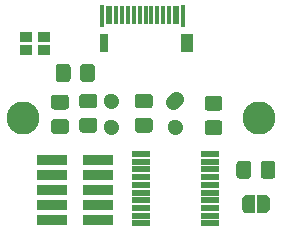
<source format=gbr>
G04 #@! TF.GenerationSoftware,KiCad,Pcbnew,(5.0.0)*
G04 #@! TF.CreationDate,2019-02-26T00:55:46+01:00*
G04 #@! TF.ProjectId,OpenThermalCamera,4F70656E546865726D616C43616D6572,rev?*
G04 #@! TF.SameCoordinates,Original*
G04 #@! TF.FileFunction,Soldermask,Bot*
G04 #@! TF.FilePolarity,Negative*
%FSLAX46Y46*%
G04 Gerber Fmt 4.6, Leading zero omitted, Abs format (unit mm)*
G04 Created by KiCad (PCBNEW (5.0.0)) date 02/26/19 00:55:46*
%MOMM*%
%LPD*%
G01*
G04 APERTURE LIST*
%ADD10C,1.300000*%
%ADD11C,1.300000*%
%ADD12R,0.800000X1.600000*%
%ADD13R,1.100000X1.600000*%
%ADD14R,0.360000X1.650000*%
%ADD15R,0.510000X1.650000*%
%ADD16R,0.460000X1.850000*%
%ADD17R,1.550000X0.550000*%
%ADD18C,2.800000*%
%ADD19C,0.100000*%
%ADD20C,1.250000*%
%ADD21R,2.500000X0.840000*%
%ADD22C,0.500000*%
%ADD23R,1.100000X0.900000*%
G04 APERTURE END LIST*
D10*
G04 #@! TO.C,U1*
X42819239Y-37799138D03*
D11*
X42819239Y-37799138D02*
X42819239Y-37799138D01*
D10*
X37445227Y-37799138D03*
D11*
X37445227Y-37799138D02*
X37445227Y-37799138D01*
D10*
X37445227Y-35536396D03*
D11*
X37445227Y-35536396D02*
X37445227Y-35536396D01*
D10*
X42819239Y-35536396D03*
D11*
X42960660Y-35394975D02*
X42677818Y-35677817D01*
G04 #@! TD*
D12*
G04 #@! TO.C,J2*
X36800000Y-30700000D03*
D13*
X43825000Y-30700000D03*
D14*
X39350000Y-28300000D03*
X41850000Y-28300000D03*
X39850000Y-28300000D03*
X42350000Y-28300000D03*
X38850000Y-28300000D03*
X41350000Y-28300000D03*
X38350000Y-28300000D03*
X37850000Y-28300000D03*
D15*
X37275000Y-28300000D03*
X42925000Y-28300000D03*
D14*
X40350000Y-28300000D03*
X40850000Y-28300000D03*
D16*
X43505000Y-28400000D03*
X36695000Y-28400000D03*
G04 #@! TD*
D17*
G04 #@! TO.C,U3*
X45850000Y-40075000D03*
X45850000Y-40725000D03*
X45850000Y-41375000D03*
X45850000Y-42025000D03*
X45850000Y-42675000D03*
X45850000Y-43325000D03*
X45850000Y-43975000D03*
X45850000Y-44625000D03*
X45850000Y-45275000D03*
X45850000Y-45925000D03*
X39950000Y-45925000D03*
X39950000Y-45275000D03*
X39950000Y-44625000D03*
X39950000Y-43975000D03*
X39950000Y-43325000D03*
X39950000Y-42675000D03*
X39950000Y-42025000D03*
X39950000Y-41375000D03*
X39950000Y-40725000D03*
X39950000Y-40075000D03*
G04 #@! TD*
D18*
G04 #@! TO.C,MH1*
X50000000Y-37000000D03*
G04 #@! TD*
G04 #@! TO.C,MH2*
X30000000Y-37000000D03*
G04 #@! TD*
D19*
G04 #@! TO.C,C5*
G36*
X33604897Y-35051308D02*
X33631275Y-35055221D01*
X33657143Y-35061701D01*
X33682252Y-35070685D01*
X33706358Y-35082086D01*
X33729232Y-35095796D01*
X33750651Y-35111682D01*
X33770410Y-35129590D01*
X33788318Y-35149349D01*
X33804204Y-35170768D01*
X33817914Y-35193642D01*
X33829315Y-35217748D01*
X33838299Y-35242857D01*
X33844779Y-35268725D01*
X33848692Y-35295103D01*
X33850000Y-35321738D01*
X33850000Y-36028262D01*
X33848692Y-36054897D01*
X33844779Y-36081275D01*
X33838299Y-36107143D01*
X33829315Y-36132252D01*
X33817914Y-36156358D01*
X33804204Y-36179232D01*
X33788318Y-36200651D01*
X33770410Y-36220410D01*
X33750651Y-36238318D01*
X33729232Y-36254204D01*
X33706358Y-36267914D01*
X33682252Y-36279315D01*
X33657143Y-36288299D01*
X33631275Y-36294779D01*
X33604897Y-36298692D01*
X33578262Y-36300000D01*
X32621738Y-36300000D01*
X32595103Y-36298692D01*
X32568725Y-36294779D01*
X32542857Y-36288299D01*
X32517748Y-36279315D01*
X32493642Y-36267914D01*
X32470768Y-36254204D01*
X32449349Y-36238318D01*
X32429590Y-36220410D01*
X32411682Y-36200651D01*
X32395796Y-36179232D01*
X32382086Y-36156358D01*
X32370685Y-36132252D01*
X32361701Y-36107143D01*
X32355221Y-36081275D01*
X32351308Y-36054897D01*
X32350000Y-36028262D01*
X32350000Y-35321738D01*
X32351308Y-35295103D01*
X32355221Y-35268725D01*
X32361701Y-35242857D01*
X32370685Y-35217748D01*
X32382086Y-35193642D01*
X32395796Y-35170768D01*
X32411682Y-35149349D01*
X32429590Y-35129590D01*
X32449349Y-35111682D01*
X32470768Y-35095796D01*
X32493642Y-35082086D01*
X32517748Y-35070685D01*
X32542857Y-35061701D01*
X32568725Y-35055221D01*
X32595103Y-35051308D01*
X32621738Y-35050000D01*
X33578262Y-35050000D01*
X33604897Y-35051308D01*
X33604897Y-35051308D01*
G37*
D20*
X33100000Y-35675000D03*
D19*
G36*
X33604897Y-37101308D02*
X33631275Y-37105221D01*
X33657143Y-37111701D01*
X33682252Y-37120685D01*
X33706358Y-37132086D01*
X33729232Y-37145796D01*
X33750651Y-37161682D01*
X33770410Y-37179590D01*
X33788318Y-37199349D01*
X33804204Y-37220768D01*
X33817914Y-37243642D01*
X33829315Y-37267748D01*
X33838299Y-37292857D01*
X33844779Y-37318725D01*
X33848692Y-37345103D01*
X33850000Y-37371738D01*
X33850000Y-38078262D01*
X33848692Y-38104897D01*
X33844779Y-38131275D01*
X33838299Y-38157143D01*
X33829315Y-38182252D01*
X33817914Y-38206358D01*
X33804204Y-38229232D01*
X33788318Y-38250651D01*
X33770410Y-38270410D01*
X33750651Y-38288318D01*
X33729232Y-38304204D01*
X33706358Y-38317914D01*
X33682252Y-38329315D01*
X33657143Y-38338299D01*
X33631275Y-38344779D01*
X33604897Y-38348692D01*
X33578262Y-38350000D01*
X32621738Y-38350000D01*
X32595103Y-38348692D01*
X32568725Y-38344779D01*
X32542857Y-38338299D01*
X32517748Y-38329315D01*
X32493642Y-38317914D01*
X32470768Y-38304204D01*
X32449349Y-38288318D01*
X32429590Y-38270410D01*
X32411682Y-38250651D01*
X32395796Y-38229232D01*
X32382086Y-38206358D01*
X32370685Y-38182252D01*
X32361701Y-38157143D01*
X32355221Y-38131275D01*
X32351308Y-38104897D01*
X32350000Y-38078262D01*
X32350000Y-37371738D01*
X32351308Y-37345103D01*
X32355221Y-37318725D01*
X32361701Y-37292857D01*
X32370685Y-37267748D01*
X32382086Y-37243642D01*
X32395796Y-37220768D01*
X32411682Y-37199349D01*
X32429590Y-37179590D01*
X32449349Y-37161682D01*
X32470768Y-37145796D01*
X32493642Y-37132086D01*
X32517748Y-37120685D01*
X32542857Y-37111701D01*
X32568725Y-37105221D01*
X32595103Y-37101308D01*
X32621738Y-37100000D01*
X33578262Y-37100000D01*
X33604897Y-37101308D01*
X33604897Y-37101308D01*
G37*
D20*
X33100000Y-37725000D03*
G04 #@! TD*
D19*
G04 #@! TO.C,C4*
G36*
X36004897Y-37001308D02*
X36031275Y-37005221D01*
X36057143Y-37011701D01*
X36082252Y-37020685D01*
X36106358Y-37032086D01*
X36129232Y-37045796D01*
X36150651Y-37061682D01*
X36170410Y-37079590D01*
X36188318Y-37099349D01*
X36204204Y-37120768D01*
X36217914Y-37143642D01*
X36229315Y-37167748D01*
X36238299Y-37192857D01*
X36244779Y-37218725D01*
X36248692Y-37245103D01*
X36250000Y-37271738D01*
X36250000Y-37978262D01*
X36248692Y-38004897D01*
X36244779Y-38031275D01*
X36238299Y-38057143D01*
X36229315Y-38082252D01*
X36217914Y-38106358D01*
X36204204Y-38129232D01*
X36188318Y-38150651D01*
X36170410Y-38170410D01*
X36150651Y-38188318D01*
X36129232Y-38204204D01*
X36106358Y-38217914D01*
X36082252Y-38229315D01*
X36057143Y-38238299D01*
X36031275Y-38244779D01*
X36004897Y-38248692D01*
X35978262Y-38250000D01*
X35021738Y-38250000D01*
X34995103Y-38248692D01*
X34968725Y-38244779D01*
X34942857Y-38238299D01*
X34917748Y-38229315D01*
X34893642Y-38217914D01*
X34870768Y-38204204D01*
X34849349Y-38188318D01*
X34829590Y-38170410D01*
X34811682Y-38150651D01*
X34795796Y-38129232D01*
X34782086Y-38106358D01*
X34770685Y-38082252D01*
X34761701Y-38057143D01*
X34755221Y-38031275D01*
X34751308Y-38004897D01*
X34750000Y-37978262D01*
X34750000Y-37271738D01*
X34751308Y-37245103D01*
X34755221Y-37218725D01*
X34761701Y-37192857D01*
X34770685Y-37167748D01*
X34782086Y-37143642D01*
X34795796Y-37120768D01*
X34811682Y-37099349D01*
X34829590Y-37079590D01*
X34849349Y-37061682D01*
X34870768Y-37045796D01*
X34893642Y-37032086D01*
X34917748Y-37020685D01*
X34942857Y-37011701D01*
X34968725Y-37005221D01*
X34995103Y-37001308D01*
X35021738Y-37000000D01*
X35978262Y-37000000D01*
X36004897Y-37001308D01*
X36004897Y-37001308D01*
G37*
D20*
X35500000Y-37625000D03*
D19*
G36*
X36004897Y-34951308D02*
X36031275Y-34955221D01*
X36057143Y-34961701D01*
X36082252Y-34970685D01*
X36106358Y-34982086D01*
X36129232Y-34995796D01*
X36150651Y-35011682D01*
X36170410Y-35029590D01*
X36188318Y-35049349D01*
X36204204Y-35070768D01*
X36217914Y-35093642D01*
X36229315Y-35117748D01*
X36238299Y-35142857D01*
X36244779Y-35168725D01*
X36248692Y-35195103D01*
X36250000Y-35221738D01*
X36250000Y-35928262D01*
X36248692Y-35954897D01*
X36244779Y-35981275D01*
X36238299Y-36007143D01*
X36229315Y-36032252D01*
X36217914Y-36056358D01*
X36204204Y-36079232D01*
X36188318Y-36100651D01*
X36170410Y-36120410D01*
X36150651Y-36138318D01*
X36129232Y-36154204D01*
X36106358Y-36167914D01*
X36082252Y-36179315D01*
X36057143Y-36188299D01*
X36031275Y-36194779D01*
X36004897Y-36198692D01*
X35978262Y-36200000D01*
X35021738Y-36200000D01*
X34995103Y-36198692D01*
X34968725Y-36194779D01*
X34942857Y-36188299D01*
X34917748Y-36179315D01*
X34893642Y-36167914D01*
X34870768Y-36154204D01*
X34849349Y-36138318D01*
X34829590Y-36120410D01*
X34811682Y-36100651D01*
X34795796Y-36079232D01*
X34782086Y-36056358D01*
X34770685Y-36032252D01*
X34761701Y-36007143D01*
X34755221Y-35981275D01*
X34751308Y-35954897D01*
X34750000Y-35928262D01*
X34750000Y-35221738D01*
X34751308Y-35195103D01*
X34755221Y-35168725D01*
X34761701Y-35142857D01*
X34770685Y-35117748D01*
X34782086Y-35093642D01*
X34795796Y-35070768D01*
X34811682Y-35049349D01*
X34829590Y-35029590D01*
X34849349Y-35011682D01*
X34870768Y-34995796D01*
X34893642Y-34982086D01*
X34917748Y-34970685D01*
X34942857Y-34961701D01*
X34968725Y-34955221D01*
X34995103Y-34951308D01*
X35021738Y-34950000D01*
X35978262Y-34950000D01*
X36004897Y-34951308D01*
X36004897Y-34951308D01*
G37*
D20*
X35500000Y-35575000D03*
G04 #@! TD*
D21*
G04 #@! TO.C,J1*
X32450000Y-45640000D03*
X36350000Y-45640000D03*
X32450000Y-44370000D03*
X36350000Y-44370000D03*
X32450000Y-43100000D03*
X36350000Y-43100000D03*
X32450000Y-41830000D03*
X36350000Y-41830000D03*
X32450000Y-40560000D03*
X36350000Y-40560000D03*
G04 #@! TD*
D19*
G04 #@! TO.C,R3*
G36*
X40704897Y-34951308D02*
X40731275Y-34955221D01*
X40757143Y-34961701D01*
X40782252Y-34970685D01*
X40806358Y-34982086D01*
X40829232Y-34995796D01*
X40850651Y-35011682D01*
X40870410Y-35029590D01*
X40888318Y-35049349D01*
X40904204Y-35070768D01*
X40917914Y-35093642D01*
X40929315Y-35117748D01*
X40938299Y-35142857D01*
X40944779Y-35168725D01*
X40948692Y-35195103D01*
X40950000Y-35221738D01*
X40950000Y-35928262D01*
X40948692Y-35954897D01*
X40944779Y-35981275D01*
X40938299Y-36007143D01*
X40929315Y-36032252D01*
X40917914Y-36056358D01*
X40904204Y-36079232D01*
X40888318Y-36100651D01*
X40870410Y-36120410D01*
X40850651Y-36138318D01*
X40829232Y-36154204D01*
X40806358Y-36167914D01*
X40782252Y-36179315D01*
X40757143Y-36188299D01*
X40731275Y-36194779D01*
X40704897Y-36198692D01*
X40678262Y-36200000D01*
X39721738Y-36200000D01*
X39695103Y-36198692D01*
X39668725Y-36194779D01*
X39642857Y-36188299D01*
X39617748Y-36179315D01*
X39593642Y-36167914D01*
X39570768Y-36154204D01*
X39549349Y-36138318D01*
X39529590Y-36120410D01*
X39511682Y-36100651D01*
X39495796Y-36079232D01*
X39482086Y-36056358D01*
X39470685Y-36032252D01*
X39461701Y-36007143D01*
X39455221Y-35981275D01*
X39451308Y-35954897D01*
X39450000Y-35928262D01*
X39450000Y-35221738D01*
X39451308Y-35195103D01*
X39455221Y-35168725D01*
X39461701Y-35142857D01*
X39470685Y-35117748D01*
X39482086Y-35093642D01*
X39495796Y-35070768D01*
X39511682Y-35049349D01*
X39529590Y-35029590D01*
X39549349Y-35011682D01*
X39570768Y-34995796D01*
X39593642Y-34982086D01*
X39617748Y-34970685D01*
X39642857Y-34961701D01*
X39668725Y-34955221D01*
X39695103Y-34951308D01*
X39721738Y-34950000D01*
X40678262Y-34950000D01*
X40704897Y-34951308D01*
X40704897Y-34951308D01*
G37*
D20*
X40200000Y-35575000D03*
D19*
G36*
X40704897Y-37001308D02*
X40731275Y-37005221D01*
X40757143Y-37011701D01*
X40782252Y-37020685D01*
X40806358Y-37032086D01*
X40829232Y-37045796D01*
X40850651Y-37061682D01*
X40870410Y-37079590D01*
X40888318Y-37099349D01*
X40904204Y-37120768D01*
X40917914Y-37143642D01*
X40929315Y-37167748D01*
X40938299Y-37192857D01*
X40944779Y-37218725D01*
X40948692Y-37245103D01*
X40950000Y-37271738D01*
X40950000Y-37978262D01*
X40948692Y-38004897D01*
X40944779Y-38031275D01*
X40938299Y-38057143D01*
X40929315Y-38082252D01*
X40917914Y-38106358D01*
X40904204Y-38129232D01*
X40888318Y-38150651D01*
X40870410Y-38170410D01*
X40850651Y-38188318D01*
X40829232Y-38204204D01*
X40806358Y-38217914D01*
X40782252Y-38229315D01*
X40757143Y-38238299D01*
X40731275Y-38244779D01*
X40704897Y-38248692D01*
X40678262Y-38250000D01*
X39721738Y-38250000D01*
X39695103Y-38248692D01*
X39668725Y-38244779D01*
X39642857Y-38238299D01*
X39617748Y-38229315D01*
X39593642Y-38217914D01*
X39570768Y-38204204D01*
X39549349Y-38188318D01*
X39529590Y-38170410D01*
X39511682Y-38150651D01*
X39495796Y-38129232D01*
X39482086Y-38106358D01*
X39470685Y-38082252D01*
X39461701Y-38057143D01*
X39455221Y-38031275D01*
X39451308Y-38004897D01*
X39450000Y-37978262D01*
X39450000Y-37271738D01*
X39451308Y-37245103D01*
X39455221Y-37218725D01*
X39461701Y-37192857D01*
X39470685Y-37167748D01*
X39482086Y-37143642D01*
X39495796Y-37120768D01*
X39511682Y-37099349D01*
X39529590Y-37079590D01*
X39549349Y-37061682D01*
X39570768Y-37045796D01*
X39593642Y-37032086D01*
X39617748Y-37020685D01*
X39642857Y-37011701D01*
X39668725Y-37005221D01*
X39695103Y-37001308D01*
X39721738Y-37000000D01*
X40678262Y-37000000D01*
X40704897Y-37001308D01*
X40704897Y-37001308D01*
G37*
D20*
X40200000Y-37625000D03*
G04 #@! TD*
D19*
G04 #@! TO.C,R2*
G36*
X46604897Y-37201308D02*
X46631275Y-37205221D01*
X46657143Y-37211701D01*
X46682252Y-37220685D01*
X46706358Y-37232086D01*
X46729232Y-37245796D01*
X46750651Y-37261682D01*
X46770410Y-37279590D01*
X46788318Y-37299349D01*
X46804204Y-37320768D01*
X46817914Y-37343642D01*
X46829315Y-37367748D01*
X46838299Y-37392857D01*
X46844779Y-37418725D01*
X46848692Y-37445103D01*
X46850000Y-37471738D01*
X46850000Y-38178262D01*
X46848692Y-38204897D01*
X46844779Y-38231275D01*
X46838299Y-38257143D01*
X46829315Y-38282252D01*
X46817914Y-38306358D01*
X46804204Y-38329232D01*
X46788318Y-38350651D01*
X46770410Y-38370410D01*
X46750651Y-38388318D01*
X46729232Y-38404204D01*
X46706358Y-38417914D01*
X46682252Y-38429315D01*
X46657143Y-38438299D01*
X46631275Y-38444779D01*
X46604897Y-38448692D01*
X46578262Y-38450000D01*
X45621738Y-38450000D01*
X45595103Y-38448692D01*
X45568725Y-38444779D01*
X45542857Y-38438299D01*
X45517748Y-38429315D01*
X45493642Y-38417914D01*
X45470768Y-38404204D01*
X45449349Y-38388318D01*
X45429590Y-38370410D01*
X45411682Y-38350651D01*
X45395796Y-38329232D01*
X45382086Y-38306358D01*
X45370685Y-38282252D01*
X45361701Y-38257143D01*
X45355221Y-38231275D01*
X45351308Y-38204897D01*
X45350000Y-38178262D01*
X45350000Y-37471738D01*
X45351308Y-37445103D01*
X45355221Y-37418725D01*
X45361701Y-37392857D01*
X45370685Y-37367748D01*
X45382086Y-37343642D01*
X45395796Y-37320768D01*
X45411682Y-37299349D01*
X45429590Y-37279590D01*
X45449349Y-37261682D01*
X45470768Y-37245796D01*
X45493642Y-37232086D01*
X45517748Y-37220685D01*
X45542857Y-37211701D01*
X45568725Y-37205221D01*
X45595103Y-37201308D01*
X45621738Y-37200000D01*
X46578262Y-37200000D01*
X46604897Y-37201308D01*
X46604897Y-37201308D01*
G37*
D20*
X46100000Y-37825000D03*
D19*
G36*
X46604897Y-35151308D02*
X46631275Y-35155221D01*
X46657143Y-35161701D01*
X46682252Y-35170685D01*
X46706358Y-35182086D01*
X46729232Y-35195796D01*
X46750651Y-35211682D01*
X46770410Y-35229590D01*
X46788318Y-35249349D01*
X46804204Y-35270768D01*
X46817914Y-35293642D01*
X46829315Y-35317748D01*
X46838299Y-35342857D01*
X46844779Y-35368725D01*
X46848692Y-35395103D01*
X46850000Y-35421738D01*
X46850000Y-36128262D01*
X46848692Y-36154897D01*
X46844779Y-36181275D01*
X46838299Y-36207143D01*
X46829315Y-36232252D01*
X46817914Y-36256358D01*
X46804204Y-36279232D01*
X46788318Y-36300651D01*
X46770410Y-36320410D01*
X46750651Y-36338318D01*
X46729232Y-36354204D01*
X46706358Y-36367914D01*
X46682252Y-36379315D01*
X46657143Y-36388299D01*
X46631275Y-36394779D01*
X46604897Y-36398692D01*
X46578262Y-36400000D01*
X45621738Y-36400000D01*
X45595103Y-36398692D01*
X45568725Y-36394779D01*
X45542857Y-36388299D01*
X45517748Y-36379315D01*
X45493642Y-36367914D01*
X45470768Y-36354204D01*
X45449349Y-36338318D01*
X45429590Y-36320410D01*
X45411682Y-36300651D01*
X45395796Y-36279232D01*
X45382086Y-36256358D01*
X45370685Y-36232252D01*
X45361701Y-36207143D01*
X45355221Y-36181275D01*
X45351308Y-36154897D01*
X45350000Y-36128262D01*
X45350000Y-35421738D01*
X45351308Y-35395103D01*
X45355221Y-35368725D01*
X45361701Y-35342857D01*
X45370685Y-35317748D01*
X45382086Y-35293642D01*
X45395796Y-35270768D01*
X45411682Y-35249349D01*
X45429590Y-35229590D01*
X45449349Y-35211682D01*
X45470768Y-35195796D01*
X45493642Y-35182086D01*
X45517748Y-35170685D01*
X45542857Y-35161701D01*
X45568725Y-35155221D01*
X45595103Y-35151308D01*
X45621738Y-35150000D01*
X46578262Y-35150000D01*
X46604897Y-35151308D01*
X46604897Y-35151308D01*
G37*
D20*
X46100000Y-35775000D03*
G04 #@! TD*
D19*
G04 #@! TO.C,R1*
G36*
X49054897Y-40651308D02*
X49081275Y-40655221D01*
X49107143Y-40661701D01*
X49132252Y-40670685D01*
X49156358Y-40682086D01*
X49179232Y-40695796D01*
X49200651Y-40711682D01*
X49220410Y-40729590D01*
X49238318Y-40749349D01*
X49254204Y-40770768D01*
X49267914Y-40793642D01*
X49279315Y-40817748D01*
X49288299Y-40842857D01*
X49294779Y-40868725D01*
X49298692Y-40895103D01*
X49300000Y-40921738D01*
X49300000Y-41878262D01*
X49298692Y-41904897D01*
X49294779Y-41931275D01*
X49288299Y-41957143D01*
X49279315Y-41982252D01*
X49267914Y-42006358D01*
X49254204Y-42029232D01*
X49238318Y-42050651D01*
X49220410Y-42070410D01*
X49200651Y-42088318D01*
X49179232Y-42104204D01*
X49156358Y-42117914D01*
X49132252Y-42129315D01*
X49107143Y-42138299D01*
X49081275Y-42144779D01*
X49054897Y-42148692D01*
X49028262Y-42150000D01*
X48321738Y-42150000D01*
X48295103Y-42148692D01*
X48268725Y-42144779D01*
X48242857Y-42138299D01*
X48217748Y-42129315D01*
X48193642Y-42117914D01*
X48170768Y-42104204D01*
X48149349Y-42088318D01*
X48129590Y-42070410D01*
X48111682Y-42050651D01*
X48095796Y-42029232D01*
X48082086Y-42006358D01*
X48070685Y-41982252D01*
X48061701Y-41957143D01*
X48055221Y-41931275D01*
X48051308Y-41904897D01*
X48050000Y-41878262D01*
X48050000Y-40921738D01*
X48051308Y-40895103D01*
X48055221Y-40868725D01*
X48061701Y-40842857D01*
X48070685Y-40817748D01*
X48082086Y-40793642D01*
X48095796Y-40770768D01*
X48111682Y-40749349D01*
X48129590Y-40729590D01*
X48149349Y-40711682D01*
X48170768Y-40695796D01*
X48193642Y-40682086D01*
X48217748Y-40670685D01*
X48242857Y-40661701D01*
X48268725Y-40655221D01*
X48295103Y-40651308D01*
X48321738Y-40650000D01*
X49028262Y-40650000D01*
X49054897Y-40651308D01*
X49054897Y-40651308D01*
G37*
D20*
X48675000Y-41400000D03*
D19*
G36*
X51104897Y-40651308D02*
X51131275Y-40655221D01*
X51157143Y-40661701D01*
X51182252Y-40670685D01*
X51206358Y-40682086D01*
X51229232Y-40695796D01*
X51250651Y-40711682D01*
X51270410Y-40729590D01*
X51288318Y-40749349D01*
X51304204Y-40770768D01*
X51317914Y-40793642D01*
X51329315Y-40817748D01*
X51338299Y-40842857D01*
X51344779Y-40868725D01*
X51348692Y-40895103D01*
X51350000Y-40921738D01*
X51350000Y-41878262D01*
X51348692Y-41904897D01*
X51344779Y-41931275D01*
X51338299Y-41957143D01*
X51329315Y-41982252D01*
X51317914Y-42006358D01*
X51304204Y-42029232D01*
X51288318Y-42050651D01*
X51270410Y-42070410D01*
X51250651Y-42088318D01*
X51229232Y-42104204D01*
X51206358Y-42117914D01*
X51182252Y-42129315D01*
X51157143Y-42138299D01*
X51131275Y-42144779D01*
X51104897Y-42148692D01*
X51078262Y-42150000D01*
X50371738Y-42150000D01*
X50345103Y-42148692D01*
X50318725Y-42144779D01*
X50292857Y-42138299D01*
X50267748Y-42129315D01*
X50243642Y-42117914D01*
X50220768Y-42104204D01*
X50199349Y-42088318D01*
X50179590Y-42070410D01*
X50161682Y-42050651D01*
X50145796Y-42029232D01*
X50132086Y-42006358D01*
X50120685Y-41982252D01*
X50111701Y-41957143D01*
X50105221Y-41931275D01*
X50101308Y-41904897D01*
X50100000Y-41878262D01*
X50100000Y-40921738D01*
X50101308Y-40895103D01*
X50105221Y-40868725D01*
X50111701Y-40842857D01*
X50120685Y-40817748D01*
X50132086Y-40793642D01*
X50145796Y-40770768D01*
X50161682Y-40749349D01*
X50179590Y-40729590D01*
X50199349Y-40711682D01*
X50220768Y-40695796D01*
X50243642Y-40682086D01*
X50267748Y-40670685D01*
X50292857Y-40661701D01*
X50318725Y-40655221D01*
X50345103Y-40651308D01*
X50371738Y-40650000D01*
X51078262Y-40650000D01*
X51104897Y-40651308D01*
X51104897Y-40651308D01*
G37*
D20*
X50725000Y-41400000D03*
G04 #@! TD*
D19*
G04 #@! TO.C,R4*
G36*
X33754897Y-32451308D02*
X33781275Y-32455221D01*
X33807143Y-32461701D01*
X33832252Y-32470685D01*
X33856358Y-32482086D01*
X33879232Y-32495796D01*
X33900651Y-32511682D01*
X33920410Y-32529590D01*
X33938318Y-32549349D01*
X33954204Y-32570768D01*
X33967914Y-32593642D01*
X33979315Y-32617748D01*
X33988299Y-32642857D01*
X33994779Y-32668725D01*
X33998692Y-32695103D01*
X34000000Y-32721738D01*
X34000000Y-33678262D01*
X33998692Y-33704897D01*
X33994779Y-33731275D01*
X33988299Y-33757143D01*
X33979315Y-33782252D01*
X33967914Y-33806358D01*
X33954204Y-33829232D01*
X33938318Y-33850651D01*
X33920410Y-33870410D01*
X33900651Y-33888318D01*
X33879232Y-33904204D01*
X33856358Y-33917914D01*
X33832252Y-33929315D01*
X33807143Y-33938299D01*
X33781275Y-33944779D01*
X33754897Y-33948692D01*
X33728262Y-33950000D01*
X33021738Y-33950000D01*
X32995103Y-33948692D01*
X32968725Y-33944779D01*
X32942857Y-33938299D01*
X32917748Y-33929315D01*
X32893642Y-33917914D01*
X32870768Y-33904204D01*
X32849349Y-33888318D01*
X32829590Y-33870410D01*
X32811682Y-33850651D01*
X32795796Y-33829232D01*
X32782086Y-33806358D01*
X32770685Y-33782252D01*
X32761701Y-33757143D01*
X32755221Y-33731275D01*
X32751308Y-33704897D01*
X32750000Y-33678262D01*
X32750000Y-32721738D01*
X32751308Y-32695103D01*
X32755221Y-32668725D01*
X32761701Y-32642857D01*
X32770685Y-32617748D01*
X32782086Y-32593642D01*
X32795796Y-32570768D01*
X32811682Y-32549349D01*
X32829590Y-32529590D01*
X32849349Y-32511682D01*
X32870768Y-32495796D01*
X32893642Y-32482086D01*
X32917748Y-32470685D01*
X32942857Y-32461701D01*
X32968725Y-32455221D01*
X32995103Y-32451308D01*
X33021738Y-32450000D01*
X33728262Y-32450000D01*
X33754897Y-32451308D01*
X33754897Y-32451308D01*
G37*
D20*
X33375000Y-33200000D03*
D19*
G36*
X35804897Y-32451308D02*
X35831275Y-32455221D01*
X35857143Y-32461701D01*
X35882252Y-32470685D01*
X35906358Y-32482086D01*
X35929232Y-32495796D01*
X35950651Y-32511682D01*
X35970410Y-32529590D01*
X35988318Y-32549349D01*
X36004204Y-32570768D01*
X36017914Y-32593642D01*
X36029315Y-32617748D01*
X36038299Y-32642857D01*
X36044779Y-32668725D01*
X36048692Y-32695103D01*
X36050000Y-32721738D01*
X36050000Y-33678262D01*
X36048692Y-33704897D01*
X36044779Y-33731275D01*
X36038299Y-33757143D01*
X36029315Y-33782252D01*
X36017914Y-33806358D01*
X36004204Y-33829232D01*
X35988318Y-33850651D01*
X35970410Y-33870410D01*
X35950651Y-33888318D01*
X35929232Y-33904204D01*
X35906358Y-33917914D01*
X35882252Y-33929315D01*
X35857143Y-33938299D01*
X35831275Y-33944779D01*
X35804897Y-33948692D01*
X35778262Y-33950000D01*
X35071738Y-33950000D01*
X35045103Y-33948692D01*
X35018725Y-33944779D01*
X34992857Y-33938299D01*
X34967748Y-33929315D01*
X34943642Y-33917914D01*
X34920768Y-33904204D01*
X34899349Y-33888318D01*
X34879590Y-33870410D01*
X34861682Y-33850651D01*
X34845796Y-33829232D01*
X34832086Y-33806358D01*
X34820685Y-33782252D01*
X34811701Y-33757143D01*
X34805221Y-33731275D01*
X34801308Y-33704897D01*
X34800000Y-33678262D01*
X34800000Y-32721738D01*
X34801308Y-32695103D01*
X34805221Y-32668725D01*
X34811701Y-32642857D01*
X34820685Y-32617748D01*
X34832086Y-32593642D01*
X34845796Y-32570768D01*
X34861682Y-32549349D01*
X34879590Y-32529590D01*
X34899349Y-32511682D01*
X34920768Y-32495796D01*
X34943642Y-32482086D01*
X34967748Y-32470685D01*
X34992857Y-32461701D01*
X35018725Y-32455221D01*
X35045103Y-32451308D01*
X35071738Y-32450000D01*
X35778262Y-32450000D01*
X35804897Y-32451308D01*
X35804897Y-32451308D01*
G37*
D20*
X35425000Y-33200000D03*
G04 #@! TD*
D22*
G04 #@! TO.C,SW1*
X49050000Y-44300000D03*
D19*
G36*
X49559755Y-43500961D02*
X49569134Y-43503806D01*
X49577779Y-43508427D01*
X49585355Y-43514645D01*
X49591573Y-43522221D01*
X49596194Y-43530866D01*
X49599039Y-43540245D01*
X49600000Y-43550000D01*
X49600000Y-45050000D01*
X49599039Y-45059755D01*
X49596194Y-45069134D01*
X49591573Y-45077779D01*
X49585355Y-45085355D01*
X49577779Y-45091573D01*
X49569134Y-45096194D01*
X49559755Y-45099039D01*
X49550000Y-45100000D01*
X49050000Y-45100000D01*
X49043889Y-45099398D01*
X49025466Y-45099398D01*
X49020565Y-45099157D01*
X48971734Y-45094347D01*
X48966881Y-45093627D01*
X48918756Y-45084055D01*
X48913995Y-45082863D01*
X48867040Y-45068619D01*
X48862421Y-45066966D01*
X48817088Y-45048189D01*
X48812651Y-45046091D01*
X48769378Y-45022960D01*
X48765171Y-45020438D01*
X48724372Y-44993178D01*
X48720430Y-44990254D01*
X48682501Y-44959126D01*
X48678866Y-44955831D01*
X48644169Y-44921134D01*
X48640874Y-44917499D01*
X48609746Y-44879570D01*
X48606822Y-44875628D01*
X48579562Y-44834829D01*
X48577040Y-44830622D01*
X48553909Y-44787349D01*
X48551811Y-44782912D01*
X48533034Y-44737579D01*
X48531381Y-44732960D01*
X48517137Y-44686005D01*
X48515945Y-44681244D01*
X48506373Y-44633119D01*
X48505653Y-44628266D01*
X48500843Y-44579435D01*
X48500602Y-44574534D01*
X48500602Y-44556111D01*
X48500000Y-44550000D01*
X48500000Y-44050000D01*
X48500602Y-44043889D01*
X48500602Y-44025466D01*
X48500843Y-44020565D01*
X48505653Y-43971734D01*
X48506373Y-43966881D01*
X48515945Y-43918756D01*
X48517137Y-43913995D01*
X48531381Y-43867040D01*
X48533034Y-43862421D01*
X48551811Y-43817088D01*
X48553909Y-43812651D01*
X48577040Y-43769378D01*
X48579562Y-43765171D01*
X48606822Y-43724372D01*
X48609746Y-43720430D01*
X48640874Y-43682501D01*
X48644169Y-43678866D01*
X48678866Y-43644169D01*
X48682501Y-43640874D01*
X48720430Y-43609746D01*
X48724372Y-43606822D01*
X48765171Y-43579562D01*
X48769378Y-43577040D01*
X48812651Y-43553909D01*
X48817088Y-43551811D01*
X48862421Y-43533034D01*
X48867040Y-43531381D01*
X48913995Y-43517137D01*
X48918756Y-43515945D01*
X48966881Y-43506373D01*
X48971734Y-43505653D01*
X49020565Y-43500843D01*
X49025466Y-43500602D01*
X49043889Y-43500602D01*
X49050000Y-43500000D01*
X49550000Y-43500000D01*
X49559755Y-43500961D01*
X49559755Y-43500961D01*
G37*
D22*
X50350000Y-44300000D03*
D19*
G36*
X50356111Y-43500602D02*
X50374534Y-43500602D01*
X50379435Y-43500843D01*
X50428266Y-43505653D01*
X50433119Y-43506373D01*
X50481244Y-43515945D01*
X50486005Y-43517137D01*
X50532960Y-43531381D01*
X50537579Y-43533034D01*
X50582912Y-43551811D01*
X50587349Y-43553909D01*
X50630622Y-43577040D01*
X50634829Y-43579562D01*
X50675628Y-43606822D01*
X50679570Y-43609746D01*
X50717499Y-43640874D01*
X50721134Y-43644169D01*
X50755831Y-43678866D01*
X50759126Y-43682501D01*
X50790254Y-43720430D01*
X50793178Y-43724372D01*
X50820438Y-43765171D01*
X50822960Y-43769378D01*
X50846091Y-43812651D01*
X50848189Y-43817088D01*
X50866966Y-43862421D01*
X50868619Y-43867040D01*
X50882863Y-43913995D01*
X50884055Y-43918756D01*
X50893627Y-43966881D01*
X50894347Y-43971734D01*
X50899157Y-44020565D01*
X50899398Y-44025466D01*
X50899398Y-44043889D01*
X50900000Y-44050000D01*
X50900000Y-44550000D01*
X50899398Y-44556111D01*
X50899398Y-44574534D01*
X50899157Y-44579435D01*
X50894347Y-44628266D01*
X50893627Y-44633119D01*
X50884055Y-44681244D01*
X50882863Y-44686005D01*
X50868619Y-44732960D01*
X50866966Y-44737579D01*
X50848189Y-44782912D01*
X50846091Y-44787349D01*
X50822960Y-44830622D01*
X50820438Y-44834829D01*
X50793178Y-44875628D01*
X50790254Y-44879570D01*
X50759126Y-44917499D01*
X50755831Y-44921134D01*
X50721134Y-44955831D01*
X50717499Y-44959126D01*
X50679570Y-44990254D01*
X50675628Y-44993178D01*
X50634829Y-45020438D01*
X50630622Y-45022960D01*
X50587349Y-45046091D01*
X50582912Y-45048189D01*
X50537579Y-45066966D01*
X50532960Y-45068619D01*
X50486005Y-45082863D01*
X50481244Y-45084055D01*
X50433119Y-45093627D01*
X50428266Y-45094347D01*
X50379435Y-45099157D01*
X50374534Y-45099398D01*
X50356111Y-45099398D01*
X50350000Y-45100000D01*
X49850000Y-45100000D01*
X49840245Y-45099039D01*
X49830866Y-45096194D01*
X49822221Y-45091573D01*
X49814645Y-45085355D01*
X49808427Y-45077779D01*
X49803806Y-45069134D01*
X49800961Y-45059755D01*
X49800000Y-45050000D01*
X49800000Y-43550000D01*
X49800961Y-43540245D01*
X49803806Y-43530866D01*
X49808427Y-43522221D01*
X49814645Y-43514645D01*
X49822221Y-43508427D01*
X49830866Y-43503806D01*
X49840245Y-43500961D01*
X49850000Y-43500000D01*
X50350000Y-43500000D01*
X50356111Y-43500602D01*
X50356111Y-43500602D01*
G37*
G04 #@! TD*
D23*
G04 #@! TO.C,D1*
X31750000Y-30150000D03*
X30250000Y-30150000D03*
X30250000Y-31250000D03*
X31750000Y-31250000D03*
G04 #@! TD*
M02*

</source>
